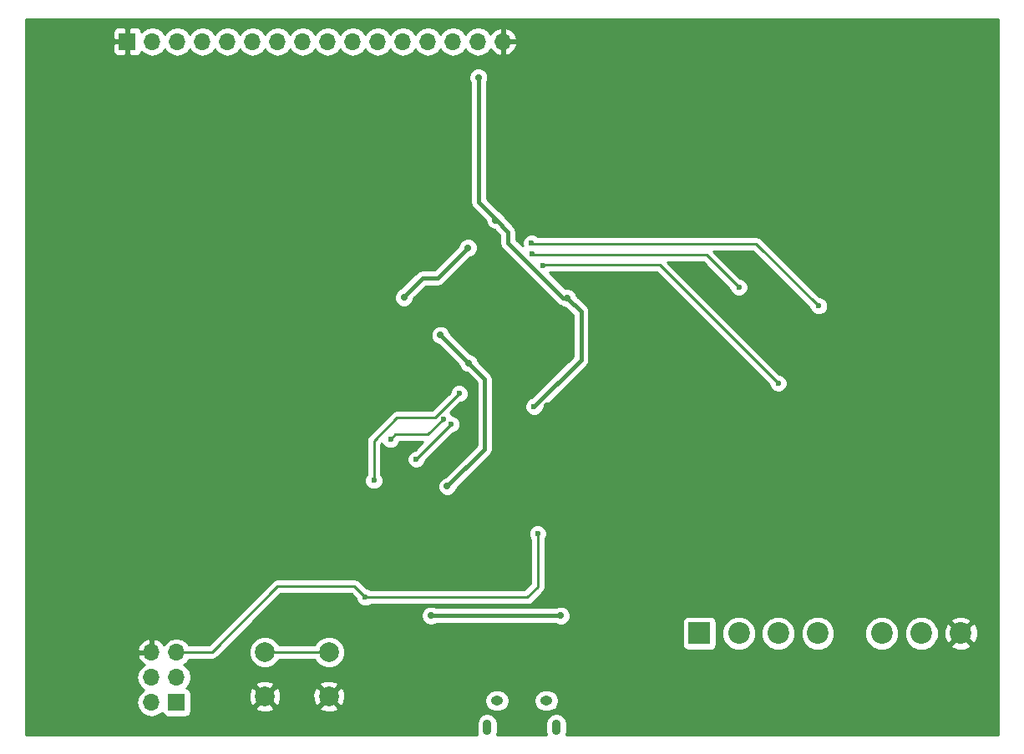
<source format=gbr>
G04 #@! TF.FileFunction,Copper,L2,Bot,Signal*
%FSLAX46Y46*%
G04 Gerber Fmt 4.6, Leading zero omitted, Abs format (unit mm)*
G04 Created by KiCad (PCBNEW 4.0.7-e1-6374~58~ubuntu16.04.1) date Fri Aug  4 19:48:43 2017*
%MOMM*%
%LPD*%
G01*
G04 APERTURE LIST*
%ADD10C,0.100000*%
%ADD11R,1.700000X1.700000*%
%ADD12O,1.700000X1.700000*%
%ADD13O,0.890000X1.550000*%
%ADD14O,1.250000X0.950000*%
%ADD15C,2.200000*%
%ADD16R,2.200000X2.200000*%
%ADD17C,2.000000*%
%ADD18C,0.700000*%
%ADD19C,0.600000*%
%ADD20C,0.400000*%
%ADD21C,0.250000*%
%ADD22C,0.254000*%
G04 APERTURE END LIST*
D10*
D11*
X95000000Y-157000000D03*
D12*
X92460000Y-157000000D03*
X95000000Y-154460000D03*
X92460000Y-154460000D03*
X95000000Y-151920000D03*
X92460000Y-151920000D03*
D13*
X133500000Y-159550000D03*
D14*
X132500000Y-156850000D03*
D13*
X126500000Y-159550000D03*
D14*
X127500000Y-156850000D03*
D15*
X160000000Y-150000000D03*
X156000000Y-150000000D03*
X152000000Y-150000000D03*
X170500000Y-150000000D03*
X166500000Y-150000000D03*
D16*
X148000000Y-150000000D03*
D15*
X174500000Y-150000000D03*
D17*
X110450000Y-151900000D03*
X110450000Y-156400000D03*
X103950000Y-151900000D03*
X103950000Y-156400000D03*
D11*
X90000000Y-90000000D03*
D12*
X92540000Y-90000000D03*
X95080000Y-90000000D03*
X97620000Y-90000000D03*
X100160000Y-90000000D03*
X102700000Y-90000000D03*
X105240000Y-90000000D03*
X107780000Y-90000000D03*
X110320000Y-90000000D03*
X112860000Y-90000000D03*
X115400000Y-90000000D03*
X117940000Y-90000000D03*
X120480000Y-90000000D03*
X123020000Y-90000000D03*
X125560000Y-90000000D03*
X128100000Y-90000000D03*
D18*
X126500000Y-151650000D03*
X131300000Y-155000000D03*
X123400000Y-109600000D03*
X132600000Y-126900000D03*
X137100000Y-116800000D03*
X122450000Y-135100000D03*
X121750000Y-119750000D03*
X124600000Y-122600000D03*
D19*
X122850000Y-128800000D03*
X119300000Y-132350000D03*
X115000000Y-134500000D03*
X123650000Y-125700000D03*
X116700000Y-130350000D03*
X122050000Y-128250000D03*
X131600000Y-139900000D03*
X114150000Y-146350000D03*
X131000000Y-110450000D03*
X160100000Y-116800000D03*
X132150000Y-112700000D03*
X156000000Y-124650000D03*
X131050000Y-111550000D03*
X152000000Y-114900000D03*
D18*
X120800000Y-148200000D03*
X133950000Y-148200000D03*
X125600000Y-93650000D03*
X127350000Y-108100000D03*
X124550000Y-110900000D03*
X118050000Y-115950000D03*
D19*
X131250000Y-127000000D03*
D18*
X134600000Y-116000000D03*
D20*
X129950000Y-151650000D02*
X126500000Y-151650000D01*
X131300000Y-153000000D02*
X129950000Y-151650000D01*
X131300000Y-155000000D02*
X131300000Y-153000000D01*
X126250000Y-131300000D02*
X126250000Y-124250000D01*
X124600000Y-122600000D02*
X126250000Y-124250000D01*
X122450000Y-135100000D02*
X126250000Y-131300000D01*
X124600000Y-122600000D02*
X121750000Y-119750000D01*
D21*
X122850000Y-128800000D02*
X119300000Y-132350000D01*
X121200000Y-128150000D02*
X123650000Y-125700000D01*
X115000000Y-130500000D02*
X115000000Y-134500000D01*
X117350000Y-128150000D02*
X115000000Y-130500000D01*
X121200000Y-128150000D02*
X117350000Y-128150000D01*
X120450000Y-129850000D02*
X122050000Y-128250000D01*
X117200000Y-129850000D02*
X120450000Y-129850000D01*
X116700000Y-130350000D02*
X117200000Y-129850000D01*
X114150000Y-146350000D02*
X130550000Y-146350000D01*
X131600000Y-145300000D02*
X131600000Y-139900000D01*
X130550000Y-146350000D02*
X131600000Y-145300000D01*
X95000000Y-151920000D02*
X98580000Y-151920000D01*
X113050000Y-145250000D02*
X114150000Y-146350000D01*
X105250000Y-145250000D02*
X113050000Y-145250000D01*
X98580000Y-151920000D02*
X105250000Y-145250000D01*
X131000000Y-110450000D02*
X131050000Y-110500000D01*
X131050000Y-110500000D02*
X153750000Y-110500000D01*
X153750000Y-110500000D02*
X160050000Y-116800000D01*
X160050000Y-116800000D02*
X160100000Y-116800000D01*
X132150000Y-112700000D02*
X132200000Y-112650000D01*
X132200000Y-112650000D02*
X144000000Y-112650000D01*
X144000000Y-112650000D02*
X156000000Y-124650000D01*
X131050000Y-111550000D02*
X131100000Y-111600000D01*
X131100000Y-111600000D02*
X148700000Y-111600000D01*
X148700000Y-111600000D02*
X152000000Y-114900000D01*
D20*
X120800000Y-148200000D02*
X133950000Y-148200000D01*
X125600000Y-93650000D02*
X125600000Y-106300000D01*
X127350000Y-108100000D02*
X127375000Y-108075000D01*
X127375000Y-108075000D02*
X125600000Y-106300000D01*
X128600000Y-109300000D02*
X127375000Y-108075000D01*
X128600000Y-110400000D02*
X128600000Y-109300000D01*
X124550000Y-110900000D02*
X121500000Y-113950000D01*
X134200000Y-116000000D02*
X128600000Y-110400000D01*
X118050000Y-115850000D02*
X118050000Y-115950000D01*
X119950000Y-113950000D02*
X118050000Y-115850000D01*
X121500000Y-113950000D02*
X119950000Y-113950000D01*
X136000000Y-122250000D02*
X131250000Y-127000000D01*
X134600000Y-116000000D02*
X136000000Y-117400000D01*
X136000000Y-117400000D02*
X136000000Y-122250000D01*
X134600000Y-116000000D02*
X134200000Y-116000000D01*
D21*
X110500000Y-151850000D02*
X110450000Y-151900000D01*
X110450000Y-151900000D02*
X103950000Y-151900000D01*
D22*
G36*
X178290000Y-160290000D02*
X134503941Y-160290000D01*
X134580000Y-159907624D01*
X134580000Y-159192376D01*
X134497790Y-158779078D01*
X134263675Y-158428701D01*
X133913298Y-158194586D01*
X133500000Y-158112376D01*
X133086702Y-158194586D01*
X132736325Y-158428701D01*
X132502210Y-158779078D01*
X132420000Y-159192376D01*
X132420000Y-159907624D01*
X132496059Y-160290000D01*
X127503941Y-160290000D01*
X127580000Y-159907624D01*
X127580000Y-159192376D01*
X127497790Y-158779078D01*
X127263675Y-158428701D01*
X126913298Y-158194586D01*
X126500000Y-158112376D01*
X126086702Y-158194586D01*
X125736325Y-158428701D01*
X125502210Y-158779078D01*
X125420000Y-159192376D01*
X125420000Y-159907624D01*
X125496059Y-160290000D01*
X79710000Y-160290000D01*
X79710000Y-154460000D01*
X90945907Y-154460000D01*
X91058946Y-155028285D01*
X91380853Y-155510054D01*
X91710026Y-155730000D01*
X91380853Y-155949946D01*
X91058946Y-156431715D01*
X90945907Y-157000000D01*
X91058946Y-157568285D01*
X91380853Y-158050054D01*
X91862622Y-158371961D01*
X92430907Y-158485000D01*
X92489093Y-158485000D01*
X93057378Y-158371961D01*
X93539147Y-158050054D01*
X93539971Y-158048821D01*
X93546838Y-158085317D01*
X93685910Y-158301441D01*
X93898110Y-158446431D01*
X94150000Y-158497440D01*
X95850000Y-158497440D01*
X96085317Y-158453162D01*
X96301441Y-158314090D01*
X96446431Y-158101890D01*
X96497440Y-157850000D01*
X96497440Y-157552532D01*
X102977073Y-157552532D01*
X103075736Y-157819387D01*
X103685461Y-158045908D01*
X104335460Y-158021856D01*
X104824264Y-157819387D01*
X104922927Y-157552532D01*
X109477073Y-157552532D01*
X109575736Y-157819387D01*
X110185461Y-158045908D01*
X110835460Y-158021856D01*
X111324264Y-157819387D01*
X111422927Y-157552532D01*
X110450000Y-156579605D01*
X109477073Y-157552532D01*
X104922927Y-157552532D01*
X103950000Y-156579605D01*
X102977073Y-157552532D01*
X96497440Y-157552532D01*
X96497440Y-156150000D01*
X96494705Y-156135461D01*
X102304092Y-156135461D01*
X102328144Y-156785460D01*
X102530613Y-157274264D01*
X102797468Y-157372927D01*
X103770395Y-156400000D01*
X104129605Y-156400000D01*
X105102532Y-157372927D01*
X105369387Y-157274264D01*
X105595908Y-156664539D01*
X105576331Y-156135461D01*
X108804092Y-156135461D01*
X108828144Y-156785460D01*
X109030613Y-157274264D01*
X109297468Y-157372927D01*
X110270395Y-156400000D01*
X110629605Y-156400000D01*
X111602532Y-157372927D01*
X111869387Y-157274264D01*
X112027006Y-156850000D01*
X126215315Y-156850000D01*
X126299809Y-157274779D01*
X126540426Y-157634889D01*
X126900536Y-157875506D01*
X127325315Y-157960000D01*
X127674685Y-157960000D01*
X128099464Y-157875506D01*
X128459574Y-157634889D01*
X128700191Y-157274779D01*
X128784685Y-156850000D01*
X131215315Y-156850000D01*
X131299809Y-157274779D01*
X131540426Y-157634889D01*
X131900536Y-157875506D01*
X132325315Y-157960000D01*
X132674685Y-157960000D01*
X133099464Y-157875506D01*
X133459574Y-157634889D01*
X133700191Y-157274779D01*
X133784685Y-156850000D01*
X133700191Y-156425221D01*
X133459574Y-156065111D01*
X133099464Y-155824494D01*
X132674685Y-155740000D01*
X132325315Y-155740000D01*
X131900536Y-155824494D01*
X131540426Y-156065111D01*
X131299809Y-156425221D01*
X131215315Y-156850000D01*
X128784685Y-156850000D01*
X128700191Y-156425221D01*
X128459574Y-156065111D01*
X128099464Y-155824494D01*
X127674685Y-155740000D01*
X127325315Y-155740000D01*
X126900536Y-155824494D01*
X126540426Y-156065111D01*
X126299809Y-156425221D01*
X126215315Y-156850000D01*
X112027006Y-156850000D01*
X112095908Y-156664539D01*
X112071856Y-156014540D01*
X111869387Y-155525736D01*
X111602532Y-155427073D01*
X110629605Y-156400000D01*
X110270395Y-156400000D01*
X109297468Y-155427073D01*
X109030613Y-155525736D01*
X108804092Y-156135461D01*
X105576331Y-156135461D01*
X105571856Y-156014540D01*
X105369387Y-155525736D01*
X105102532Y-155427073D01*
X104129605Y-156400000D01*
X103770395Y-156400000D01*
X102797468Y-155427073D01*
X102530613Y-155525736D01*
X102304092Y-156135461D01*
X96494705Y-156135461D01*
X96453162Y-155914683D01*
X96314090Y-155698559D01*
X96101890Y-155553569D01*
X96034459Y-155539914D01*
X96079147Y-155510054D01*
X96254600Y-155247468D01*
X102977073Y-155247468D01*
X103950000Y-156220395D01*
X104922927Y-155247468D01*
X109477073Y-155247468D01*
X110450000Y-156220395D01*
X111422927Y-155247468D01*
X111324264Y-154980613D01*
X110714539Y-154754092D01*
X110064540Y-154778144D01*
X109575736Y-154980613D01*
X109477073Y-155247468D01*
X104922927Y-155247468D01*
X104824264Y-154980613D01*
X104214539Y-154754092D01*
X103564540Y-154778144D01*
X103075736Y-154980613D01*
X102977073Y-155247468D01*
X96254600Y-155247468D01*
X96401054Y-155028285D01*
X96514093Y-154460000D01*
X96401054Y-153891715D01*
X96079147Y-153409946D01*
X95749974Y-153190000D01*
X96079147Y-152970054D01*
X96272954Y-152680000D01*
X98580000Y-152680000D01*
X98870839Y-152622148D01*
X99117401Y-152457401D01*
X99351007Y-152223795D01*
X102314716Y-152223795D01*
X102563106Y-152824943D01*
X103022637Y-153285278D01*
X103623352Y-153534716D01*
X104273795Y-153535284D01*
X104874943Y-153286894D01*
X105335278Y-152827363D01*
X105404773Y-152660000D01*
X108994953Y-152660000D01*
X109063106Y-152824943D01*
X109522637Y-153285278D01*
X110123352Y-153534716D01*
X110773795Y-153535284D01*
X111374943Y-153286894D01*
X111835278Y-152827363D01*
X112084716Y-152226648D01*
X112085284Y-151576205D01*
X111836894Y-150975057D01*
X111377363Y-150514722D01*
X110776648Y-150265284D01*
X110126205Y-150264716D01*
X109525057Y-150513106D01*
X109064722Y-150972637D01*
X108995227Y-151140000D01*
X105405047Y-151140000D01*
X105336894Y-150975057D01*
X104877363Y-150514722D01*
X104276648Y-150265284D01*
X103626205Y-150264716D01*
X103025057Y-150513106D01*
X102564722Y-150972637D01*
X102315284Y-151573352D01*
X102314716Y-152223795D01*
X99351007Y-152223795D01*
X103179733Y-148395069D01*
X119814830Y-148395069D01*
X119964471Y-148757229D01*
X120241314Y-149034555D01*
X120603212Y-149184828D01*
X120995069Y-149185170D01*
X121357229Y-149035529D01*
X121357759Y-149035000D01*
X133392386Y-149035000D01*
X133753212Y-149184828D01*
X134145069Y-149185170D01*
X134507229Y-149035529D01*
X134642994Y-148900000D01*
X146252560Y-148900000D01*
X146252560Y-151100000D01*
X146296838Y-151335317D01*
X146435910Y-151551441D01*
X146648110Y-151696431D01*
X146900000Y-151747440D01*
X149100000Y-151747440D01*
X149335317Y-151703162D01*
X149551441Y-151564090D01*
X149696431Y-151351890D01*
X149747440Y-151100000D01*
X149747440Y-150343599D01*
X150264699Y-150343599D01*
X150528281Y-150981515D01*
X151015918Y-151470004D01*
X151653373Y-151734699D01*
X152343599Y-151735301D01*
X152981515Y-151471719D01*
X153470004Y-150984082D01*
X153734699Y-150346627D01*
X153734701Y-150343599D01*
X154264699Y-150343599D01*
X154528281Y-150981515D01*
X155015918Y-151470004D01*
X155653373Y-151734699D01*
X156343599Y-151735301D01*
X156981515Y-151471719D01*
X157470004Y-150984082D01*
X157734699Y-150346627D01*
X157734701Y-150343599D01*
X158264699Y-150343599D01*
X158528281Y-150981515D01*
X159015918Y-151470004D01*
X159653373Y-151734699D01*
X160343599Y-151735301D01*
X160981515Y-151471719D01*
X161470004Y-150984082D01*
X161734699Y-150346627D01*
X161734701Y-150343599D01*
X164764699Y-150343599D01*
X165028281Y-150981515D01*
X165515918Y-151470004D01*
X166153373Y-151734699D01*
X166843599Y-151735301D01*
X167481515Y-151471719D01*
X167970004Y-150984082D01*
X168234699Y-150346627D01*
X168234701Y-150343599D01*
X168764699Y-150343599D01*
X169028281Y-150981515D01*
X169515918Y-151470004D01*
X170153373Y-151734699D01*
X170843599Y-151735301D01*
X171481515Y-151471719D01*
X171728797Y-151224868D01*
X173454737Y-151224868D01*
X173565641Y-151502099D01*
X174211593Y-151745323D01*
X174901453Y-151722836D01*
X175434359Y-151502099D01*
X175545263Y-151224868D01*
X174500000Y-150179605D01*
X173454737Y-151224868D01*
X171728797Y-151224868D01*
X171970004Y-150984082D01*
X172234699Y-150346627D01*
X172235252Y-149711593D01*
X172754677Y-149711593D01*
X172777164Y-150401453D01*
X172997901Y-150934359D01*
X173275132Y-151045263D01*
X174320395Y-150000000D01*
X174679605Y-150000000D01*
X175724868Y-151045263D01*
X176002099Y-150934359D01*
X176245323Y-150288407D01*
X176222836Y-149598547D01*
X176002099Y-149065641D01*
X175724868Y-148954737D01*
X174679605Y-150000000D01*
X174320395Y-150000000D01*
X173275132Y-148954737D01*
X172997901Y-149065641D01*
X172754677Y-149711593D01*
X172235252Y-149711593D01*
X172235301Y-149656401D01*
X171971719Y-149018485D01*
X171728791Y-148775132D01*
X173454737Y-148775132D01*
X174500000Y-149820395D01*
X175545263Y-148775132D01*
X175434359Y-148497901D01*
X174788407Y-148254677D01*
X174098547Y-148277164D01*
X173565641Y-148497901D01*
X173454737Y-148775132D01*
X171728791Y-148775132D01*
X171484082Y-148529996D01*
X170846627Y-148265301D01*
X170156401Y-148264699D01*
X169518485Y-148528281D01*
X169029996Y-149015918D01*
X168765301Y-149653373D01*
X168764699Y-150343599D01*
X168234701Y-150343599D01*
X168235301Y-149656401D01*
X167971719Y-149018485D01*
X167484082Y-148529996D01*
X166846627Y-148265301D01*
X166156401Y-148264699D01*
X165518485Y-148528281D01*
X165029996Y-149015918D01*
X164765301Y-149653373D01*
X164764699Y-150343599D01*
X161734701Y-150343599D01*
X161735301Y-149656401D01*
X161471719Y-149018485D01*
X160984082Y-148529996D01*
X160346627Y-148265301D01*
X159656401Y-148264699D01*
X159018485Y-148528281D01*
X158529996Y-149015918D01*
X158265301Y-149653373D01*
X158264699Y-150343599D01*
X157734701Y-150343599D01*
X157735301Y-149656401D01*
X157471719Y-149018485D01*
X156984082Y-148529996D01*
X156346627Y-148265301D01*
X155656401Y-148264699D01*
X155018485Y-148528281D01*
X154529996Y-149015918D01*
X154265301Y-149653373D01*
X154264699Y-150343599D01*
X153734701Y-150343599D01*
X153735301Y-149656401D01*
X153471719Y-149018485D01*
X152984082Y-148529996D01*
X152346627Y-148265301D01*
X151656401Y-148264699D01*
X151018485Y-148528281D01*
X150529996Y-149015918D01*
X150265301Y-149653373D01*
X150264699Y-150343599D01*
X149747440Y-150343599D01*
X149747440Y-148900000D01*
X149703162Y-148664683D01*
X149564090Y-148448559D01*
X149351890Y-148303569D01*
X149100000Y-148252560D01*
X146900000Y-148252560D01*
X146664683Y-148296838D01*
X146448559Y-148435910D01*
X146303569Y-148648110D01*
X146252560Y-148900000D01*
X134642994Y-148900000D01*
X134784555Y-148758686D01*
X134934828Y-148396788D01*
X134935170Y-148004931D01*
X134785529Y-147642771D01*
X134508686Y-147365445D01*
X134146788Y-147215172D01*
X133754931Y-147214830D01*
X133392771Y-147364471D01*
X133392241Y-147365000D01*
X121357614Y-147365000D01*
X120996788Y-147215172D01*
X120604931Y-147214830D01*
X120242771Y-147364471D01*
X119965445Y-147641314D01*
X119815172Y-148003212D01*
X119814830Y-148395069D01*
X103179733Y-148395069D01*
X105564802Y-146010000D01*
X112735198Y-146010000D01*
X113214878Y-146489680D01*
X113214838Y-146535167D01*
X113356883Y-146878943D01*
X113619673Y-147142192D01*
X113963201Y-147284838D01*
X114335167Y-147285162D01*
X114678943Y-147143117D01*
X114712118Y-147110000D01*
X130550000Y-147110000D01*
X130840839Y-147052148D01*
X131087401Y-146887401D01*
X132137401Y-145837401D01*
X132302148Y-145590840D01*
X132360000Y-145300000D01*
X132360000Y-140462463D01*
X132392192Y-140430327D01*
X132534838Y-140086799D01*
X132535162Y-139714833D01*
X132393117Y-139371057D01*
X132130327Y-139107808D01*
X131786799Y-138965162D01*
X131414833Y-138964838D01*
X131071057Y-139106883D01*
X130807808Y-139369673D01*
X130665162Y-139713201D01*
X130664838Y-140085167D01*
X130806883Y-140428943D01*
X130840000Y-140462118D01*
X130840000Y-144985198D01*
X130235198Y-145590000D01*
X114712463Y-145590000D01*
X114680327Y-145557808D01*
X114336799Y-145415162D01*
X114289923Y-145415121D01*
X113587401Y-144712599D01*
X113340839Y-144547852D01*
X113050000Y-144490000D01*
X105250000Y-144490000D01*
X105007414Y-144538254D01*
X104959160Y-144547852D01*
X104712599Y-144712599D01*
X98265198Y-151160000D01*
X96272954Y-151160000D01*
X96079147Y-150869946D01*
X95597378Y-150548039D01*
X95029093Y-150435000D01*
X94970907Y-150435000D01*
X94402622Y-150548039D01*
X93920853Y-150869946D01*
X93731655Y-151153101D01*
X93731645Y-151153076D01*
X93341358Y-150724817D01*
X92816892Y-150478514D01*
X92587000Y-150599181D01*
X92587000Y-151793000D01*
X92607000Y-151793000D01*
X92607000Y-152047000D01*
X92587000Y-152047000D01*
X92587000Y-152067000D01*
X92333000Y-152067000D01*
X92333000Y-152047000D01*
X91139845Y-152047000D01*
X91018524Y-152276890D01*
X91188355Y-152686924D01*
X91578642Y-153115183D01*
X91721553Y-153182298D01*
X91380853Y-153409946D01*
X91058946Y-153891715D01*
X90945907Y-154460000D01*
X79710000Y-154460000D01*
X79710000Y-151563110D01*
X91018524Y-151563110D01*
X91139845Y-151793000D01*
X92333000Y-151793000D01*
X92333000Y-150599181D01*
X92103108Y-150478514D01*
X91578642Y-150724817D01*
X91188355Y-151153076D01*
X91018524Y-151563110D01*
X79710000Y-151563110D01*
X79710000Y-134685167D01*
X114064838Y-134685167D01*
X114206883Y-135028943D01*
X114469673Y-135292192D01*
X114813201Y-135434838D01*
X115185167Y-135435162D01*
X115528943Y-135293117D01*
X115792192Y-135030327D01*
X115934838Y-134686799D01*
X115935162Y-134314833D01*
X115793117Y-133971057D01*
X115760000Y-133937882D01*
X115760000Y-130814802D01*
X115845184Y-130729618D01*
X115906883Y-130878943D01*
X116169673Y-131142192D01*
X116513201Y-131284838D01*
X116885167Y-131285162D01*
X117228943Y-131143117D01*
X117492192Y-130880327D01*
X117604442Y-130610000D01*
X119965198Y-130610000D01*
X119160320Y-131414878D01*
X119114833Y-131414838D01*
X118771057Y-131556883D01*
X118507808Y-131819673D01*
X118365162Y-132163201D01*
X118364838Y-132535167D01*
X118506883Y-132878943D01*
X118769673Y-133142192D01*
X119113201Y-133284838D01*
X119485167Y-133285162D01*
X119828943Y-133143117D01*
X120092192Y-132880327D01*
X120234838Y-132536799D01*
X120234879Y-132489923D01*
X122989680Y-129735122D01*
X123035167Y-129735162D01*
X123378943Y-129593117D01*
X123642192Y-129330327D01*
X123784838Y-128986799D01*
X123785162Y-128614833D01*
X123643117Y-128271057D01*
X123380327Y-128007808D01*
X123036799Y-127865162D01*
X122902612Y-127865045D01*
X122843117Y-127721057D01*
X122773492Y-127651310D01*
X123789680Y-126635122D01*
X123835167Y-126635162D01*
X124178943Y-126493117D01*
X124442192Y-126230327D01*
X124584838Y-125886799D01*
X124585162Y-125514833D01*
X124443117Y-125171057D01*
X124180327Y-124907808D01*
X123836799Y-124765162D01*
X123464833Y-124764838D01*
X123121057Y-124906883D01*
X122857808Y-125169673D01*
X122715162Y-125513201D01*
X122715121Y-125560077D01*
X120885198Y-127390000D01*
X117350000Y-127390000D01*
X117059161Y-127447852D01*
X116812599Y-127612599D01*
X114462599Y-129962599D01*
X114297852Y-130209161D01*
X114240000Y-130500000D01*
X114240000Y-133937537D01*
X114207808Y-133969673D01*
X114065162Y-134313201D01*
X114064838Y-134685167D01*
X79710000Y-134685167D01*
X79710000Y-119945069D01*
X120764830Y-119945069D01*
X120914471Y-120307229D01*
X121191314Y-120584555D01*
X121553212Y-120734828D01*
X121553961Y-120734829D01*
X123615273Y-122796141D01*
X123764471Y-123157229D01*
X124041314Y-123434555D01*
X124403212Y-123584828D01*
X124403961Y-123584829D01*
X125415000Y-124595868D01*
X125415000Y-130954132D01*
X122253859Y-134115273D01*
X121892771Y-134264471D01*
X121615445Y-134541314D01*
X121465172Y-134903212D01*
X121464830Y-135295069D01*
X121614471Y-135657229D01*
X121891314Y-135934555D01*
X122253212Y-136084828D01*
X122645069Y-136085170D01*
X123007229Y-135935529D01*
X123284555Y-135658686D01*
X123434828Y-135296788D01*
X123434829Y-135296039D01*
X126840434Y-131890434D01*
X127021440Y-131619540D01*
X127085000Y-131300000D01*
X127085000Y-124250000D01*
X127021439Y-123930459D01*
X126840434Y-123659566D01*
X125584727Y-122403859D01*
X125435529Y-122042771D01*
X125158686Y-121765445D01*
X124796788Y-121615172D01*
X124796039Y-121615171D01*
X122734727Y-119553859D01*
X122585529Y-119192771D01*
X122308686Y-118915445D01*
X121946788Y-118765172D01*
X121554931Y-118764830D01*
X121192771Y-118914471D01*
X120915445Y-119191314D01*
X120765172Y-119553212D01*
X120764830Y-119945069D01*
X79710000Y-119945069D01*
X79710000Y-116145069D01*
X117064830Y-116145069D01*
X117214471Y-116507229D01*
X117491314Y-116784555D01*
X117853212Y-116934828D01*
X118245069Y-116935170D01*
X118607229Y-116785529D01*
X118884555Y-116508686D01*
X119034828Y-116146788D01*
X119034916Y-116045952D01*
X120295868Y-114785000D01*
X121500000Y-114785000D01*
X121819541Y-114721439D01*
X122090434Y-114540434D01*
X124746141Y-111884727D01*
X125107229Y-111735529D01*
X125384555Y-111458686D01*
X125534828Y-111096788D01*
X125535170Y-110704931D01*
X125385529Y-110342771D01*
X125108686Y-110065445D01*
X124746788Y-109915172D01*
X124354931Y-109914830D01*
X123992771Y-110064471D01*
X123715445Y-110341314D01*
X123565172Y-110703212D01*
X123565171Y-110703961D01*
X121154132Y-113115000D01*
X119950000Y-113115000D01*
X119630460Y-113178560D01*
X119359566Y-113359566D01*
X117683446Y-115035686D01*
X117492771Y-115114471D01*
X117215445Y-115391314D01*
X117065172Y-115753212D01*
X117064830Y-116145069D01*
X79710000Y-116145069D01*
X79710000Y-93845069D01*
X124614830Y-93845069D01*
X124764471Y-94207229D01*
X124765000Y-94207759D01*
X124765000Y-106300000D01*
X124828561Y-106619541D01*
X125009566Y-106890434D01*
X126364873Y-108245741D01*
X126364830Y-108295069D01*
X126514471Y-108657229D01*
X126791314Y-108934555D01*
X127153212Y-109084828D01*
X127204004Y-109084872D01*
X127765000Y-109645868D01*
X127765000Y-110400000D01*
X127828561Y-110719541D01*
X127914296Y-110847852D01*
X128009566Y-110990434D01*
X133609566Y-116590434D01*
X133880459Y-116771439D01*
X134002551Y-116795725D01*
X134041314Y-116834555D01*
X134403212Y-116984828D01*
X134403961Y-116984829D01*
X135165000Y-117745868D01*
X135165000Y-121904132D01*
X130961667Y-126107465D01*
X130721057Y-126206883D01*
X130457808Y-126469673D01*
X130315162Y-126813201D01*
X130314838Y-127185167D01*
X130456883Y-127528943D01*
X130719673Y-127792192D01*
X131063201Y-127934838D01*
X131435167Y-127935162D01*
X131778943Y-127793117D01*
X132042192Y-127530327D01*
X132142778Y-127288090D01*
X136590434Y-122840434D01*
X136620746Y-122795069D01*
X136771439Y-122569541D01*
X136835000Y-122250000D01*
X136835000Y-117400000D01*
X136771439Y-117080459D01*
X136590434Y-116809566D01*
X135584727Y-115803859D01*
X135435529Y-115442771D01*
X135158686Y-115165445D01*
X134796788Y-115015172D01*
X134404931Y-115014830D01*
X134398398Y-115017530D01*
X132790868Y-113410000D01*
X143685198Y-113410000D01*
X155064878Y-124789680D01*
X155064838Y-124835167D01*
X155206883Y-125178943D01*
X155469673Y-125442192D01*
X155813201Y-125584838D01*
X156185167Y-125585162D01*
X156528943Y-125443117D01*
X156792192Y-125180327D01*
X156934838Y-124836799D01*
X156935162Y-124464833D01*
X156793117Y-124121057D01*
X156530327Y-123857808D01*
X156186799Y-123715162D01*
X156139923Y-123715121D01*
X144784802Y-112360000D01*
X148385198Y-112360000D01*
X151064878Y-115039680D01*
X151064838Y-115085167D01*
X151206883Y-115428943D01*
X151469673Y-115692192D01*
X151813201Y-115834838D01*
X152185167Y-115835162D01*
X152528943Y-115693117D01*
X152792192Y-115430327D01*
X152934838Y-115086799D01*
X152935162Y-114714833D01*
X152793117Y-114371057D01*
X152530327Y-114107808D01*
X152186799Y-113965162D01*
X152139923Y-113965121D01*
X149434802Y-111260000D01*
X153435198Y-111260000D01*
X159167988Y-116992790D01*
X159306883Y-117328943D01*
X159569673Y-117592192D01*
X159913201Y-117734838D01*
X160285167Y-117735162D01*
X160628943Y-117593117D01*
X160892192Y-117330327D01*
X161034838Y-116986799D01*
X161035162Y-116614833D01*
X160893117Y-116271057D01*
X160630327Y-116007808D01*
X160286799Y-115865162D01*
X160189880Y-115865078D01*
X154287401Y-109962599D01*
X154040839Y-109797852D01*
X153750000Y-109740000D01*
X131612376Y-109740000D01*
X131530327Y-109657808D01*
X131186799Y-109515162D01*
X130814833Y-109514838D01*
X130471057Y-109656883D01*
X130207808Y-109919673D01*
X130065162Y-110263201D01*
X130064838Y-110635167D01*
X130099202Y-110718334D01*
X129435000Y-110054132D01*
X129435000Y-109300000D01*
X129371440Y-108980460D01*
X129190434Y-108709566D01*
X128299521Y-107818653D01*
X128185529Y-107542771D01*
X127908686Y-107265445D01*
X127631013Y-107150145D01*
X126435000Y-105954132D01*
X126435000Y-94207614D01*
X126584828Y-93846788D01*
X126585170Y-93454931D01*
X126435529Y-93092771D01*
X126158686Y-92815445D01*
X125796788Y-92665172D01*
X125404931Y-92664830D01*
X125042771Y-92814471D01*
X124765445Y-93091314D01*
X124615172Y-93453212D01*
X124614830Y-93845069D01*
X79710000Y-93845069D01*
X79710000Y-90285750D01*
X88515000Y-90285750D01*
X88515000Y-90976309D01*
X88611673Y-91209698D01*
X88790301Y-91388327D01*
X89023690Y-91485000D01*
X89714250Y-91485000D01*
X89873000Y-91326250D01*
X89873000Y-90127000D01*
X88673750Y-90127000D01*
X88515000Y-90285750D01*
X79710000Y-90285750D01*
X79710000Y-89023691D01*
X88515000Y-89023691D01*
X88515000Y-89714250D01*
X88673750Y-89873000D01*
X89873000Y-89873000D01*
X89873000Y-88673750D01*
X90127000Y-88673750D01*
X90127000Y-89873000D01*
X90147000Y-89873000D01*
X90147000Y-90127000D01*
X90127000Y-90127000D01*
X90127000Y-91326250D01*
X90285750Y-91485000D01*
X90976310Y-91485000D01*
X91209699Y-91388327D01*
X91388327Y-91209698D01*
X91460597Y-91035223D01*
X91489946Y-91079147D01*
X91971715Y-91401054D01*
X92540000Y-91514093D01*
X93108285Y-91401054D01*
X93590054Y-91079147D01*
X93810000Y-90749974D01*
X94029946Y-91079147D01*
X94511715Y-91401054D01*
X95080000Y-91514093D01*
X95648285Y-91401054D01*
X96130054Y-91079147D01*
X96350000Y-90749974D01*
X96569946Y-91079147D01*
X97051715Y-91401054D01*
X97620000Y-91514093D01*
X98188285Y-91401054D01*
X98670054Y-91079147D01*
X98890000Y-90749974D01*
X99109946Y-91079147D01*
X99591715Y-91401054D01*
X100160000Y-91514093D01*
X100728285Y-91401054D01*
X101210054Y-91079147D01*
X101430000Y-90749974D01*
X101649946Y-91079147D01*
X102131715Y-91401054D01*
X102700000Y-91514093D01*
X103268285Y-91401054D01*
X103750054Y-91079147D01*
X103970000Y-90749974D01*
X104189946Y-91079147D01*
X104671715Y-91401054D01*
X105240000Y-91514093D01*
X105808285Y-91401054D01*
X106290054Y-91079147D01*
X106510000Y-90749974D01*
X106729946Y-91079147D01*
X107211715Y-91401054D01*
X107780000Y-91514093D01*
X108348285Y-91401054D01*
X108830054Y-91079147D01*
X109050000Y-90749974D01*
X109269946Y-91079147D01*
X109751715Y-91401054D01*
X110320000Y-91514093D01*
X110888285Y-91401054D01*
X111370054Y-91079147D01*
X111590000Y-90749974D01*
X111809946Y-91079147D01*
X112291715Y-91401054D01*
X112860000Y-91514093D01*
X113428285Y-91401054D01*
X113910054Y-91079147D01*
X114130000Y-90749974D01*
X114349946Y-91079147D01*
X114831715Y-91401054D01*
X115400000Y-91514093D01*
X115968285Y-91401054D01*
X116450054Y-91079147D01*
X116670000Y-90749974D01*
X116889946Y-91079147D01*
X117371715Y-91401054D01*
X117940000Y-91514093D01*
X118508285Y-91401054D01*
X118990054Y-91079147D01*
X119210000Y-90749974D01*
X119429946Y-91079147D01*
X119911715Y-91401054D01*
X120480000Y-91514093D01*
X121048285Y-91401054D01*
X121530054Y-91079147D01*
X121750000Y-90749974D01*
X121969946Y-91079147D01*
X122451715Y-91401054D01*
X123020000Y-91514093D01*
X123588285Y-91401054D01*
X124070054Y-91079147D01*
X124290000Y-90749974D01*
X124509946Y-91079147D01*
X124991715Y-91401054D01*
X125560000Y-91514093D01*
X126128285Y-91401054D01*
X126610054Y-91079147D01*
X126837702Y-90738447D01*
X126904817Y-90881358D01*
X127333076Y-91271645D01*
X127743110Y-91441476D01*
X127973000Y-91320155D01*
X127973000Y-90127000D01*
X128227000Y-90127000D01*
X128227000Y-91320155D01*
X128456890Y-91441476D01*
X128866924Y-91271645D01*
X129295183Y-90881358D01*
X129541486Y-90356892D01*
X129420819Y-90127000D01*
X128227000Y-90127000D01*
X127973000Y-90127000D01*
X127953000Y-90127000D01*
X127953000Y-89873000D01*
X127973000Y-89873000D01*
X127973000Y-88679845D01*
X128227000Y-88679845D01*
X128227000Y-89873000D01*
X129420819Y-89873000D01*
X129541486Y-89643108D01*
X129295183Y-89118642D01*
X128866924Y-88728355D01*
X128456890Y-88558524D01*
X128227000Y-88679845D01*
X127973000Y-88679845D01*
X127743110Y-88558524D01*
X127333076Y-88728355D01*
X126904817Y-89118642D01*
X126837702Y-89261553D01*
X126610054Y-88920853D01*
X126128285Y-88598946D01*
X125560000Y-88485907D01*
X124991715Y-88598946D01*
X124509946Y-88920853D01*
X124290000Y-89250026D01*
X124070054Y-88920853D01*
X123588285Y-88598946D01*
X123020000Y-88485907D01*
X122451715Y-88598946D01*
X121969946Y-88920853D01*
X121750000Y-89250026D01*
X121530054Y-88920853D01*
X121048285Y-88598946D01*
X120480000Y-88485907D01*
X119911715Y-88598946D01*
X119429946Y-88920853D01*
X119210000Y-89250026D01*
X118990054Y-88920853D01*
X118508285Y-88598946D01*
X117940000Y-88485907D01*
X117371715Y-88598946D01*
X116889946Y-88920853D01*
X116670000Y-89250026D01*
X116450054Y-88920853D01*
X115968285Y-88598946D01*
X115400000Y-88485907D01*
X114831715Y-88598946D01*
X114349946Y-88920853D01*
X114130000Y-89250026D01*
X113910054Y-88920853D01*
X113428285Y-88598946D01*
X112860000Y-88485907D01*
X112291715Y-88598946D01*
X111809946Y-88920853D01*
X111590000Y-89250026D01*
X111370054Y-88920853D01*
X110888285Y-88598946D01*
X110320000Y-88485907D01*
X109751715Y-88598946D01*
X109269946Y-88920853D01*
X109050000Y-89250026D01*
X108830054Y-88920853D01*
X108348285Y-88598946D01*
X107780000Y-88485907D01*
X107211715Y-88598946D01*
X106729946Y-88920853D01*
X106510000Y-89250026D01*
X106290054Y-88920853D01*
X105808285Y-88598946D01*
X105240000Y-88485907D01*
X104671715Y-88598946D01*
X104189946Y-88920853D01*
X103970000Y-89250026D01*
X103750054Y-88920853D01*
X103268285Y-88598946D01*
X102700000Y-88485907D01*
X102131715Y-88598946D01*
X101649946Y-88920853D01*
X101430000Y-89250026D01*
X101210054Y-88920853D01*
X100728285Y-88598946D01*
X100160000Y-88485907D01*
X99591715Y-88598946D01*
X99109946Y-88920853D01*
X98890000Y-89250026D01*
X98670054Y-88920853D01*
X98188285Y-88598946D01*
X97620000Y-88485907D01*
X97051715Y-88598946D01*
X96569946Y-88920853D01*
X96350000Y-89250026D01*
X96130054Y-88920853D01*
X95648285Y-88598946D01*
X95080000Y-88485907D01*
X94511715Y-88598946D01*
X94029946Y-88920853D01*
X93810000Y-89250026D01*
X93590054Y-88920853D01*
X93108285Y-88598946D01*
X92540000Y-88485907D01*
X91971715Y-88598946D01*
X91489946Y-88920853D01*
X91460597Y-88964777D01*
X91388327Y-88790302D01*
X91209699Y-88611673D01*
X90976310Y-88515000D01*
X90285750Y-88515000D01*
X90127000Y-88673750D01*
X89873000Y-88673750D01*
X89714250Y-88515000D01*
X89023690Y-88515000D01*
X88790301Y-88611673D01*
X88611673Y-88790302D01*
X88515000Y-89023691D01*
X79710000Y-89023691D01*
X79710000Y-87710000D01*
X178290000Y-87710000D01*
X178290000Y-160290000D01*
X178290000Y-160290000D01*
G37*
X178290000Y-160290000D02*
X134503941Y-160290000D01*
X134580000Y-159907624D01*
X134580000Y-159192376D01*
X134497790Y-158779078D01*
X134263675Y-158428701D01*
X133913298Y-158194586D01*
X133500000Y-158112376D01*
X133086702Y-158194586D01*
X132736325Y-158428701D01*
X132502210Y-158779078D01*
X132420000Y-159192376D01*
X132420000Y-159907624D01*
X132496059Y-160290000D01*
X127503941Y-160290000D01*
X127580000Y-159907624D01*
X127580000Y-159192376D01*
X127497790Y-158779078D01*
X127263675Y-158428701D01*
X126913298Y-158194586D01*
X126500000Y-158112376D01*
X126086702Y-158194586D01*
X125736325Y-158428701D01*
X125502210Y-158779078D01*
X125420000Y-159192376D01*
X125420000Y-159907624D01*
X125496059Y-160290000D01*
X79710000Y-160290000D01*
X79710000Y-154460000D01*
X90945907Y-154460000D01*
X91058946Y-155028285D01*
X91380853Y-155510054D01*
X91710026Y-155730000D01*
X91380853Y-155949946D01*
X91058946Y-156431715D01*
X90945907Y-157000000D01*
X91058946Y-157568285D01*
X91380853Y-158050054D01*
X91862622Y-158371961D01*
X92430907Y-158485000D01*
X92489093Y-158485000D01*
X93057378Y-158371961D01*
X93539147Y-158050054D01*
X93539971Y-158048821D01*
X93546838Y-158085317D01*
X93685910Y-158301441D01*
X93898110Y-158446431D01*
X94150000Y-158497440D01*
X95850000Y-158497440D01*
X96085317Y-158453162D01*
X96301441Y-158314090D01*
X96446431Y-158101890D01*
X96497440Y-157850000D01*
X96497440Y-157552532D01*
X102977073Y-157552532D01*
X103075736Y-157819387D01*
X103685461Y-158045908D01*
X104335460Y-158021856D01*
X104824264Y-157819387D01*
X104922927Y-157552532D01*
X109477073Y-157552532D01*
X109575736Y-157819387D01*
X110185461Y-158045908D01*
X110835460Y-158021856D01*
X111324264Y-157819387D01*
X111422927Y-157552532D01*
X110450000Y-156579605D01*
X109477073Y-157552532D01*
X104922927Y-157552532D01*
X103950000Y-156579605D01*
X102977073Y-157552532D01*
X96497440Y-157552532D01*
X96497440Y-156150000D01*
X96494705Y-156135461D01*
X102304092Y-156135461D01*
X102328144Y-156785460D01*
X102530613Y-157274264D01*
X102797468Y-157372927D01*
X103770395Y-156400000D01*
X104129605Y-156400000D01*
X105102532Y-157372927D01*
X105369387Y-157274264D01*
X105595908Y-156664539D01*
X105576331Y-156135461D01*
X108804092Y-156135461D01*
X108828144Y-156785460D01*
X109030613Y-157274264D01*
X109297468Y-157372927D01*
X110270395Y-156400000D01*
X110629605Y-156400000D01*
X111602532Y-157372927D01*
X111869387Y-157274264D01*
X112027006Y-156850000D01*
X126215315Y-156850000D01*
X126299809Y-157274779D01*
X126540426Y-157634889D01*
X126900536Y-157875506D01*
X127325315Y-157960000D01*
X127674685Y-157960000D01*
X128099464Y-157875506D01*
X128459574Y-157634889D01*
X128700191Y-157274779D01*
X128784685Y-156850000D01*
X131215315Y-156850000D01*
X131299809Y-157274779D01*
X131540426Y-157634889D01*
X131900536Y-157875506D01*
X132325315Y-157960000D01*
X132674685Y-157960000D01*
X133099464Y-157875506D01*
X133459574Y-157634889D01*
X133700191Y-157274779D01*
X133784685Y-156850000D01*
X133700191Y-156425221D01*
X133459574Y-156065111D01*
X133099464Y-155824494D01*
X132674685Y-155740000D01*
X132325315Y-155740000D01*
X131900536Y-155824494D01*
X131540426Y-156065111D01*
X131299809Y-156425221D01*
X131215315Y-156850000D01*
X128784685Y-156850000D01*
X128700191Y-156425221D01*
X128459574Y-156065111D01*
X128099464Y-155824494D01*
X127674685Y-155740000D01*
X127325315Y-155740000D01*
X126900536Y-155824494D01*
X126540426Y-156065111D01*
X126299809Y-156425221D01*
X126215315Y-156850000D01*
X112027006Y-156850000D01*
X112095908Y-156664539D01*
X112071856Y-156014540D01*
X111869387Y-155525736D01*
X111602532Y-155427073D01*
X110629605Y-156400000D01*
X110270395Y-156400000D01*
X109297468Y-155427073D01*
X109030613Y-155525736D01*
X108804092Y-156135461D01*
X105576331Y-156135461D01*
X105571856Y-156014540D01*
X105369387Y-155525736D01*
X105102532Y-155427073D01*
X104129605Y-156400000D01*
X103770395Y-156400000D01*
X102797468Y-155427073D01*
X102530613Y-155525736D01*
X102304092Y-156135461D01*
X96494705Y-156135461D01*
X96453162Y-155914683D01*
X96314090Y-155698559D01*
X96101890Y-155553569D01*
X96034459Y-155539914D01*
X96079147Y-155510054D01*
X96254600Y-155247468D01*
X102977073Y-155247468D01*
X103950000Y-156220395D01*
X104922927Y-155247468D01*
X109477073Y-155247468D01*
X110450000Y-156220395D01*
X111422927Y-155247468D01*
X111324264Y-154980613D01*
X110714539Y-154754092D01*
X110064540Y-154778144D01*
X109575736Y-154980613D01*
X109477073Y-155247468D01*
X104922927Y-155247468D01*
X104824264Y-154980613D01*
X104214539Y-154754092D01*
X103564540Y-154778144D01*
X103075736Y-154980613D01*
X102977073Y-155247468D01*
X96254600Y-155247468D01*
X96401054Y-155028285D01*
X96514093Y-154460000D01*
X96401054Y-153891715D01*
X96079147Y-153409946D01*
X95749974Y-153190000D01*
X96079147Y-152970054D01*
X96272954Y-152680000D01*
X98580000Y-152680000D01*
X98870839Y-152622148D01*
X99117401Y-152457401D01*
X99351007Y-152223795D01*
X102314716Y-152223795D01*
X102563106Y-152824943D01*
X103022637Y-153285278D01*
X103623352Y-153534716D01*
X104273795Y-153535284D01*
X104874943Y-153286894D01*
X105335278Y-152827363D01*
X105404773Y-152660000D01*
X108994953Y-152660000D01*
X109063106Y-152824943D01*
X109522637Y-153285278D01*
X110123352Y-153534716D01*
X110773795Y-153535284D01*
X111374943Y-153286894D01*
X111835278Y-152827363D01*
X112084716Y-152226648D01*
X112085284Y-151576205D01*
X111836894Y-150975057D01*
X111377363Y-150514722D01*
X110776648Y-150265284D01*
X110126205Y-150264716D01*
X109525057Y-150513106D01*
X109064722Y-150972637D01*
X108995227Y-151140000D01*
X105405047Y-151140000D01*
X105336894Y-150975057D01*
X104877363Y-150514722D01*
X104276648Y-150265284D01*
X103626205Y-150264716D01*
X103025057Y-150513106D01*
X102564722Y-150972637D01*
X102315284Y-151573352D01*
X102314716Y-152223795D01*
X99351007Y-152223795D01*
X103179733Y-148395069D01*
X119814830Y-148395069D01*
X119964471Y-148757229D01*
X120241314Y-149034555D01*
X120603212Y-149184828D01*
X120995069Y-149185170D01*
X121357229Y-149035529D01*
X121357759Y-149035000D01*
X133392386Y-149035000D01*
X133753212Y-149184828D01*
X134145069Y-149185170D01*
X134507229Y-149035529D01*
X134642994Y-148900000D01*
X146252560Y-148900000D01*
X146252560Y-151100000D01*
X146296838Y-151335317D01*
X146435910Y-151551441D01*
X146648110Y-151696431D01*
X146900000Y-151747440D01*
X149100000Y-151747440D01*
X149335317Y-151703162D01*
X149551441Y-151564090D01*
X149696431Y-151351890D01*
X149747440Y-151100000D01*
X149747440Y-150343599D01*
X150264699Y-150343599D01*
X150528281Y-150981515D01*
X151015918Y-151470004D01*
X151653373Y-151734699D01*
X152343599Y-151735301D01*
X152981515Y-151471719D01*
X153470004Y-150984082D01*
X153734699Y-150346627D01*
X153734701Y-150343599D01*
X154264699Y-150343599D01*
X154528281Y-150981515D01*
X155015918Y-151470004D01*
X155653373Y-151734699D01*
X156343599Y-151735301D01*
X156981515Y-151471719D01*
X157470004Y-150984082D01*
X157734699Y-150346627D01*
X157734701Y-150343599D01*
X158264699Y-150343599D01*
X158528281Y-150981515D01*
X159015918Y-151470004D01*
X159653373Y-151734699D01*
X160343599Y-151735301D01*
X160981515Y-151471719D01*
X161470004Y-150984082D01*
X161734699Y-150346627D01*
X161734701Y-150343599D01*
X164764699Y-150343599D01*
X165028281Y-150981515D01*
X165515918Y-151470004D01*
X166153373Y-151734699D01*
X166843599Y-151735301D01*
X167481515Y-151471719D01*
X167970004Y-150984082D01*
X168234699Y-150346627D01*
X168234701Y-150343599D01*
X168764699Y-150343599D01*
X169028281Y-150981515D01*
X169515918Y-151470004D01*
X170153373Y-151734699D01*
X170843599Y-151735301D01*
X171481515Y-151471719D01*
X171728797Y-151224868D01*
X173454737Y-151224868D01*
X173565641Y-151502099D01*
X174211593Y-151745323D01*
X174901453Y-151722836D01*
X175434359Y-151502099D01*
X175545263Y-151224868D01*
X174500000Y-150179605D01*
X173454737Y-151224868D01*
X171728797Y-151224868D01*
X171970004Y-150984082D01*
X172234699Y-150346627D01*
X172235252Y-149711593D01*
X172754677Y-149711593D01*
X172777164Y-150401453D01*
X172997901Y-150934359D01*
X173275132Y-151045263D01*
X174320395Y-150000000D01*
X174679605Y-150000000D01*
X175724868Y-151045263D01*
X176002099Y-150934359D01*
X176245323Y-150288407D01*
X176222836Y-149598547D01*
X176002099Y-149065641D01*
X175724868Y-148954737D01*
X174679605Y-150000000D01*
X174320395Y-150000000D01*
X173275132Y-148954737D01*
X172997901Y-149065641D01*
X172754677Y-149711593D01*
X172235252Y-149711593D01*
X172235301Y-149656401D01*
X171971719Y-149018485D01*
X171728791Y-148775132D01*
X173454737Y-148775132D01*
X174500000Y-149820395D01*
X175545263Y-148775132D01*
X175434359Y-148497901D01*
X174788407Y-148254677D01*
X174098547Y-148277164D01*
X173565641Y-148497901D01*
X173454737Y-148775132D01*
X171728791Y-148775132D01*
X171484082Y-148529996D01*
X170846627Y-148265301D01*
X170156401Y-148264699D01*
X169518485Y-148528281D01*
X169029996Y-149015918D01*
X168765301Y-149653373D01*
X168764699Y-150343599D01*
X168234701Y-150343599D01*
X168235301Y-149656401D01*
X167971719Y-149018485D01*
X167484082Y-148529996D01*
X166846627Y-148265301D01*
X166156401Y-148264699D01*
X165518485Y-148528281D01*
X165029996Y-149015918D01*
X164765301Y-149653373D01*
X164764699Y-150343599D01*
X161734701Y-150343599D01*
X161735301Y-149656401D01*
X161471719Y-149018485D01*
X160984082Y-148529996D01*
X160346627Y-148265301D01*
X159656401Y-148264699D01*
X159018485Y-148528281D01*
X158529996Y-149015918D01*
X158265301Y-149653373D01*
X158264699Y-150343599D01*
X157734701Y-150343599D01*
X157735301Y-149656401D01*
X157471719Y-149018485D01*
X156984082Y-148529996D01*
X156346627Y-148265301D01*
X155656401Y-148264699D01*
X155018485Y-148528281D01*
X154529996Y-149015918D01*
X154265301Y-149653373D01*
X154264699Y-150343599D01*
X153734701Y-150343599D01*
X153735301Y-149656401D01*
X153471719Y-149018485D01*
X152984082Y-148529996D01*
X152346627Y-148265301D01*
X151656401Y-148264699D01*
X151018485Y-148528281D01*
X150529996Y-149015918D01*
X150265301Y-149653373D01*
X150264699Y-150343599D01*
X149747440Y-150343599D01*
X149747440Y-148900000D01*
X149703162Y-148664683D01*
X149564090Y-148448559D01*
X149351890Y-148303569D01*
X149100000Y-148252560D01*
X146900000Y-148252560D01*
X146664683Y-148296838D01*
X146448559Y-148435910D01*
X146303569Y-148648110D01*
X146252560Y-148900000D01*
X134642994Y-148900000D01*
X134784555Y-148758686D01*
X134934828Y-148396788D01*
X134935170Y-148004931D01*
X134785529Y-147642771D01*
X134508686Y-147365445D01*
X134146788Y-147215172D01*
X133754931Y-147214830D01*
X133392771Y-147364471D01*
X133392241Y-147365000D01*
X121357614Y-147365000D01*
X120996788Y-147215172D01*
X120604931Y-147214830D01*
X120242771Y-147364471D01*
X119965445Y-147641314D01*
X119815172Y-148003212D01*
X119814830Y-148395069D01*
X103179733Y-148395069D01*
X105564802Y-146010000D01*
X112735198Y-146010000D01*
X113214878Y-146489680D01*
X113214838Y-146535167D01*
X113356883Y-146878943D01*
X113619673Y-147142192D01*
X113963201Y-147284838D01*
X114335167Y-147285162D01*
X114678943Y-147143117D01*
X114712118Y-147110000D01*
X130550000Y-147110000D01*
X130840839Y-147052148D01*
X131087401Y-146887401D01*
X132137401Y-145837401D01*
X132302148Y-145590840D01*
X132360000Y-145300000D01*
X132360000Y-140462463D01*
X132392192Y-140430327D01*
X132534838Y-140086799D01*
X132535162Y-139714833D01*
X132393117Y-139371057D01*
X132130327Y-139107808D01*
X131786799Y-138965162D01*
X131414833Y-138964838D01*
X131071057Y-139106883D01*
X130807808Y-139369673D01*
X130665162Y-139713201D01*
X130664838Y-140085167D01*
X130806883Y-140428943D01*
X130840000Y-140462118D01*
X130840000Y-144985198D01*
X130235198Y-145590000D01*
X114712463Y-145590000D01*
X114680327Y-145557808D01*
X114336799Y-145415162D01*
X114289923Y-145415121D01*
X113587401Y-144712599D01*
X113340839Y-144547852D01*
X113050000Y-144490000D01*
X105250000Y-144490000D01*
X105007414Y-144538254D01*
X104959160Y-144547852D01*
X104712599Y-144712599D01*
X98265198Y-151160000D01*
X96272954Y-151160000D01*
X96079147Y-150869946D01*
X95597378Y-150548039D01*
X95029093Y-150435000D01*
X94970907Y-150435000D01*
X94402622Y-150548039D01*
X93920853Y-150869946D01*
X93731655Y-151153101D01*
X93731645Y-151153076D01*
X93341358Y-150724817D01*
X92816892Y-150478514D01*
X92587000Y-150599181D01*
X92587000Y-151793000D01*
X92607000Y-151793000D01*
X92607000Y-152047000D01*
X92587000Y-152047000D01*
X92587000Y-152067000D01*
X92333000Y-152067000D01*
X92333000Y-152047000D01*
X91139845Y-152047000D01*
X91018524Y-152276890D01*
X91188355Y-152686924D01*
X91578642Y-153115183D01*
X91721553Y-153182298D01*
X91380853Y-153409946D01*
X91058946Y-153891715D01*
X90945907Y-154460000D01*
X79710000Y-154460000D01*
X79710000Y-151563110D01*
X91018524Y-151563110D01*
X91139845Y-151793000D01*
X92333000Y-151793000D01*
X92333000Y-150599181D01*
X92103108Y-150478514D01*
X91578642Y-150724817D01*
X91188355Y-151153076D01*
X91018524Y-151563110D01*
X79710000Y-151563110D01*
X79710000Y-134685167D01*
X114064838Y-134685167D01*
X114206883Y-135028943D01*
X114469673Y-135292192D01*
X114813201Y-135434838D01*
X115185167Y-135435162D01*
X115528943Y-135293117D01*
X115792192Y-135030327D01*
X115934838Y-134686799D01*
X115935162Y-134314833D01*
X115793117Y-133971057D01*
X115760000Y-133937882D01*
X115760000Y-130814802D01*
X115845184Y-130729618D01*
X115906883Y-130878943D01*
X116169673Y-131142192D01*
X116513201Y-131284838D01*
X116885167Y-131285162D01*
X117228943Y-131143117D01*
X117492192Y-130880327D01*
X117604442Y-130610000D01*
X119965198Y-130610000D01*
X119160320Y-131414878D01*
X119114833Y-131414838D01*
X118771057Y-131556883D01*
X118507808Y-131819673D01*
X118365162Y-132163201D01*
X118364838Y-132535167D01*
X118506883Y-132878943D01*
X118769673Y-133142192D01*
X119113201Y-133284838D01*
X119485167Y-133285162D01*
X119828943Y-133143117D01*
X120092192Y-132880327D01*
X120234838Y-132536799D01*
X120234879Y-132489923D01*
X122989680Y-129735122D01*
X123035167Y-129735162D01*
X123378943Y-129593117D01*
X123642192Y-129330327D01*
X123784838Y-128986799D01*
X123785162Y-128614833D01*
X123643117Y-128271057D01*
X123380327Y-128007808D01*
X123036799Y-127865162D01*
X122902612Y-127865045D01*
X122843117Y-127721057D01*
X122773492Y-127651310D01*
X123789680Y-126635122D01*
X123835167Y-126635162D01*
X124178943Y-126493117D01*
X124442192Y-126230327D01*
X124584838Y-125886799D01*
X124585162Y-125514833D01*
X124443117Y-125171057D01*
X124180327Y-124907808D01*
X123836799Y-124765162D01*
X123464833Y-124764838D01*
X123121057Y-124906883D01*
X122857808Y-125169673D01*
X122715162Y-125513201D01*
X122715121Y-125560077D01*
X120885198Y-127390000D01*
X117350000Y-127390000D01*
X117059161Y-127447852D01*
X116812599Y-127612599D01*
X114462599Y-129962599D01*
X114297852Y-130209161D01*
X114240000Y-130500000D01*
X114240000Y-133937537D01*
X114207808Y-133969673D01*
X114065162Y-134313201D01*
X114064838Y-134685167D01*
X79710000Y-134685167D01*
X79710000Y-119945069D01*
X120764830Y-119945069D01*
X120914471Y-120307229D01*
X121191314Y-120584555D01*
X121553212Y-120734828D01*
X121553961Y-120734829D01*
X123615273Y-122796141D01*
X123764471Y-123157229D01*
X124041314Y-123434555D01*
X124403212Y-123584828D01*
X124403961Y-123584829D01*
X125415000Y-124595868D01*
X125415000Y-130954132D01*
X122253859Y-134115273D01*
X121892771Y-134264471D01*
X121615445Y-134541314D01*
X121465172Y-134903212D01*
X121464830Y-135295069D01*
X121614471Y-135657229D01*
X121891314Y-135934555D01*
X122253212Y-136084828D01*
X122645069Y-136085170D01*
X123007229Y-135935529D01*
X123284555Y-135658686D01*
X123434828Y-135296788D01*
X123434829Y-135296039D01*
X126840434Y-131890434D01*
X127021440Y-131619540D01*
X127085000Y-131300000D01*
X127085000Y-124250000D01*
X127021439Y-123930459D01*
X126840434Y-123659566D01*
X125584727Y-122403859D01*
X125435529Y-122042771D01*
X125158686Y-121765445D01*
X124796788Y-121615172D01*
X124796039Y-121615171D01*
X122734727Y-119553859D01*
X122585529Y-119192771D01*
X122308686Y-118915445D01*
X121946788Y-118765172D01*
X121554931Y-118764830D01*
X121192771Y-118914471D01*
X120915445Y-119191314D01*
X120765172Y-119553212D01*
X120764830Y-119945069D01*
X79710000Y-119945069D01*
X79710000Y-116145069D01*
X117064830Y-116145069D01*
X117214471Y-116507229D01*
X117491314Y-116784555D01*
X117853212Y-116934828D01*
X118245069Y-116935170D01*
X118607229Y-116785529D01*
X118884555Y-116508686D01*
X119034828Y-116146788D01*
X119034916Y-116045952D01*
X120295868Y-114785000D01*
X121500000Y-114785000D01*
X121819541Y-114721439D01*
X122090434Y-114540434D01*
X124746141Y-111884727D01*
X125107229Y-111735529D01*
X125384555Y-111458686D01*
X125534828Y-111096788D01*
X125535170Y-110704931D01*
X125385529Y-110342771D01*
X125108686Y-110065445D01*
X124746788Y-109915172D01*
X124354931Y-109914830D01*
X123992771Y-110064471D01*
X123715445Y-110341314D01*
X123565172Y-110703212D01*
X123565171Y-110703961D01*
X121154132Y-113115000D01*
X119950000Y-113115000D01*
X119630460Y-113178560D01*
X119359566Y-113359566D01*
X117683446Y-115035686D01*
X117492771Y-115114471D01*
X117215445Y-115391314D01*
X117065172Y-115753212D01*
X117064830Y-116145069D01*
X79710000Y-116145069D01*
X79710000Y-93845069D01*
X124614830Y-93845069D01*
X124764471Y-94207229D01*
X124765000Y-94207759D01*
X124765000Y-106300000D01*
X124828561Y-106619541D01*
X125009566Y-106890434D01*
X126364873Y-108245741D01*
X126364830Y-108295069D01*
X126514471Y-108657229D01*
X126791314Y-108934555D01*
X127153212Y-109084828D01*
X127204004Y-109084872D01*
X127765000Y-109645868D01*
X127765000Y-110400000D01*
X127828561Y-110719541D01*
X127914296Y-110847852D01*
X128009566Y-110990434D01*
X133609566Y-116590434D01*
X133880459Y-116771439D01*
X134002551Y-116795725D01*
X134041314Y-116834555D01*
X134403212Y-116984828D01*
X134403961Y-116984829D01*
X135165000Y-117745868D01*
X135165000Y-121904132D01*
X130961667Y-126107465D01*
X130721057Y-126206883D01*
X130457808Y-126469673D01*
X130315162Y-126813201D01*
X130314838Y-127185167D01*
X130456883Y-127528943D01*
X130719673Y-127792192D01*
X131063201Y-127934838D01*
X131435167Y-127935162D01*
X131778943Y-127793117D01*
X132042192Y-127530327D01*
X132142778Y-127288090D01*
X136590434Y-122840434D01*
X136620746Y-122795069D01*
X136771439Y-122569541D01*
X136835000Y-122250000D01*
X136835000Y-117400000D01*
X136771439Y-117080459D01*
X136590434Y-116809566D01*
X135584727Y-115803859D01*
X135435529Y-115442771D01*
X135158686Y-115165445D01*
X134796788Y-115015172D01*
X134404931Y-115014830D01*
X134398398Y-115017530D01*
X132790868Y-113410000D01*
X143685198Y-113410000D01*
X155064878Y-124789680D01*
X155064838Y-124835167D01*
X155206883Y-125178943D01*
X155469673Y-125442192D01*
X155813201Y-125584838D01*
X156185167Y-125585162D01*
X156528943Y-125443117D01*
X156792192Y-125180327D01*
X156934838Y-124836799D01*
X156935162Y-124464833D01*
X156793117Y-124121057D01*
X156530327Y-123857808D01*
X156186799Y-123715162D01*
X156139923Y-123715121D01*
X144784802Y-112360000D01*
X148385198Y-112360000D01*
X151064878Y-115039680D01*
X151064838Y-115085167D01*
X151206883Y-115428943D01*
X151469673Y-115692192D01*
X151813201Y-115834838D01*
X152185167Y-115835162D01*
X152528943Y-115693117D01*
X152792192Y-115430327D01*
X152934838Y-115086799D01*
X152935162Y-114714833D01*
X152793117Y-114371057D01*
X152530327Y-114107808D01*
X152186799Y-113965162D01*
X152139923Y-113965121D01*
X149434802Y-111260000D01*
X153435198Y-111260000D01*
X159167988Y-116992790D01*
X159306883Y-117328943D01*
X159569673Y-117592192D01*
X159913201Y-117734838D01*
X160285167Y-117735162D01*
X160628943Y-117593117D01*
X160892192Y-117330327D01*
X161034838Y-116986799D01*
X161035162Y-116614833D01*
X160893117Y-116271057D01*
X160630327Y-116007808D01*
X160286799Y-115865162D01*
X160189880Y-115865078D01*
X154287401Y-109962599D01*
X154040839Y-109797852D01*
X153750000Y-109740000D01*
X131612376Y-109740000D01*
X131530327Y-109657808D01*
X131186799Y-109515162D01*
X130814833Y-109514838D01*
X130471057Y-109656883D01*
X130207808Y-109919673D01*
X130065162Y-110263201D01*
X130064838Y-110635167D01*
X130099202Y-110718334D01*
X129435000Y-110054132D01*
X129435000Y-109300000D01*
X129371440Y-108980460D01*
X129190434Y-108709566D01*
X128299521Y-107818653D01*
X128185529Y-107542771D01*
X127908686Y-107265445D01*
X127631013Y-107150145D01*
X126435000Y-105954132D01*
X126435000Y-94207614D01*
X126584828Y-93846788D01*
X126585170Y-93454931D01*
X126435529Y-93092771D01*
X126158686Y-92815445D01*
X125796788Y-92665172D01*
X125404931Y-92664830D01*
X125042771Y-92814471D01*
X124765445Y-93091314D01*
X124615172Y-93453212D01*
X124614830Y-93845069D01*
X79710000Y-93845069D01*
X79710000Y-90285750D01*
X88515000Y-90285750D01*
X88515000Y-90976309D01*
X88611673Y-91209698D01*
X88790301Y-91388327D01*
X89023690Y-91485000D01*
X89714250Y-91485000D01*
X89873000Y-91326250D01*
X89873000Y-90127000D01*
X88673750Y-90127000D01*
X88515000Y-90285750D01*
X79710000Y-90285750D01*
X79710000Y-89023691D01*
X88515000Y-89023691D01*
X88515000Y-89714250D01*
X88673750Y-89873000D01*
X89873000Y-89873000D01*
X89873000Y-88673750D01*
X90127000Y-88673750D01*
X90127000Y-89873000D01*
X90147000Y-89873000D01*
X90147000Y-90127000D01*
X90127000Y-90127000D01*
X90127000Y-91326250D01*
X90285750Y-91485000D01*
X90976310Y-91485000D01*
X91209699Y-91388327D01*
X91388327Y-91209698D01*
X91460597Y-91035223D01*
X91489946Y-91079147D01*
X91971715Y-91401054D01*
X92540000Y-91514093D01*
X93108285Y-91401054D01*
X93590054Y-91079147D01*
X93810000Y-90749974D01*
X94029946Y-91079147D01*
X94511715Y-91401054D01*
X95080000Y-91514093D01*
X95648285Y-91401054D01*
X96130054Y-91079147D01*
X96350000Y-90749974D01*
X96569946Y-91079147D01*
X97051715Y-91401054D01*
X97620000Y-91514093D01*
X98188285Y-91401054D01*
X98670054Y-91079147D01*
X98890000Y-90749974D01*
X99109946Y-91079147D01*
X99591715Y-91401054D01*
X100160000Y-91514093D01*
X100728285Y-91401054D01*
X101210054Y-91079147D01*
X101430000Y-90749974D01*
X101649946Y-91079147D01*
X102131715Y-91401054D01*
X102700000Y-91514093D01*
X103268285Y-91401054D01*
X103750054Y-91079147D01*
X103970000Y-90749974D01*
X104189946Y-91079147D01*
X104671715Y-91401054D01*
X105240000Y-91514093D01*
X105808285Y-91401054D01*
X106290054Y-91079147D01*
X106510000Y-90749974D01*
X106729946Y-91079147D01*
X107211715Y-91401054D01*
X107780000Y-91514093D01*
X108348285Y-91401054D01*
X108830054Y-91079147D01*
X109050000Y-90749974D01*
X109269946Y-91079147D01*
X109751715Y-91401054D01*
X110320000Y-91514093D01*
X110888285Y-91401054D01*
X111370054Y-91079147D01*
X111590000Y-90749974D01*
X111809946Y-91079147D01*
X112291715Y-91401054D01*
X112860000Y-91514093D01*
X113428285Y-91401054D01*
X113910054Y-91079147D01*
X114130000Y-90749974D01*
X114349946Y-91079147D01*
X114831715Y-91401054D01*
X115400000Y-91514093D01*
X115968285Y-91401054D01*
X116450054Y-91079147D01*
X116670000Y-90749974D01*
X116889946Y-91079147D01*
X117371715Y-91401054D01*
X117940000Y-91514093D01*
X118508285Y-91401054D01*
X118990054Y-91079147D01*
X119210000Y-90749974D01*
X119429946Y-91079147D01*
X119911715Y-91401054D01*
X120480000Y-91514093D01*
X121048285Y-91401054D01*
X121530054Y-91079147D01*
X121750000Y-90749974D01*
X121969946Y-91079147D01*
X122451715Y-91401054D01*
X123020000Y-91514093D01*
X123588285Y-91401054D01*
X124070054Y-91079147D01*
X124290000Y-90749974D01*
X124509946Y-91079147D01*
X124991715Y-91401054D01*
X125560000Y-91514093D01*
X126128285Y-91401054D01*
X126610054Y-91079147D01*
X126837702Y-90738447D01*
X126904817Y-90881358D01*
X127333076Y-91271645D01*
X127743110Y-91441476D01*
X127973000Y-91320155D01*
X127973000Y-90127000D01*
X128227000Y-90127000D01*
X128227000Y-91320155D01*
X128456890Y-91441476D01*
X128866924Y-91271645D01*
X129295183Y-90881358D01*
X129541486Y-90356892D01*
X129420819Y-90127000D01*
X128227000Y-90127000D01*
X127973000Y-90127000D01*
X127953000Y-90127000D01*
X127953000Y-89873000D01*
X127973000Y-89873000D01*
X127973000Y-88679845D01*
X128227000Y-88679845D01*
X128227000Y-89873000D01*
X129420819Y-89873000D01*
X129541486Y-89643108D01*
X129295183Y-89118642D01*
X128866924Y-88728355D01*
X128456890Y-88558524D01*
X128227000Y-88679845D01*
X127973000Y-88679845D01*
X127743110Y-88558524D01*
X127333076Y-88728355D01*
X126904817Y-89118642D01*
X126837702Y-89261553D01*
X126610054Y-88920853D01*
X126128285Y-88598946D01*
X125560000Y-88485907D01*
X124991715Y-88598946D01*
X124509946Y-88920853D01*
X124290000Y-89250026D01*
X124070054Y-88920853D01*
X123588285Y-88598946D01*
X123020000Y-88485907D01*
X122451715Y-88598946D01*
X121969946Y-88920853D01*
X121750000Y-89250026D01*
X121530054Y-88920853D01*
X121048285Y-88598946D01*
X120480000Y-88485907D01*
X119911715Y-88598946D01*
X119429946Y-88920853D01*
X119210000Y-89250026D01*
X118990054Y-88920853D01*
X118508285Y-88598946D01*
X117940000Y-88485907D01*
X117371715Y-88598946D01*
X116889946Y-88920853D01*
X116670000Y-89250026D01*
X116450054Y-88920853D01*
X115968285Y-88598946D01*
X115400000Y-88485907D01*
X114831715Y-88598946D01*
X114349946Y-88920853D01*
X114130000Y-89250026D01*
X113910054Y-88920853D01*
X113428285Y-88598946D01*
X112860000Y-88485907D01*
X112291715Y-88598946D01*
X111809946Y-88920853D01*
X111590000Y-89250026D01*
X111370054Y-88920853D01*
X110888285Y-88598946D01*
X110320000Y-88485907D01*
X109751715Y-88598946D01*
X109269946Y-88920853D01*
X109050000Y-89250026D01*
X108830054Y-88920853D01*
X108348285Y-88598946D01*
X107780000Y-88485907D01*
X107211715Y-88598946D01*
X106729946Y-88920853D01*
X106510000Y-89250026D01*
X106290054Y-88920853D01*
X105808285Y-88598946D01*
X105240000Y-88485907D01*
X104671715Y-88598946D01*
X104189946Y-88920853D01*
X103970000Y-89250026D01*
X103750054Y-88920853D01*
X103268285Y-88598946D01*
X102700000Y-88485907D01*
X102131715Y-88598946D01*
X101649946Y-88920853D01*
X101430000Y-89250026D01*
X101210054Y-88920853D01*
X100728285Y-88598946D01*
X100160000Y-88485907D01*
X99591715Y-88598946D01*
X99109946Y-88920853D01*
X98890000Y-89250026D01*
X98670054Y-88920853D01*
X98188285Y-88598946D01*
X97620000Y-88485907D01*
X97051715Y-88598946D01*
X96569946Y-88920853D01*
X96350000Y-89250026D01*
X96130054Y-88920853D01*
X95648285Y-88598946D01*
X95080000Y-88485907D01*
X94511715Y-88598946D01*
X94029946Y-88920853D01*
X93810000Y-89250026D01*
X93590054Y-88920853D01*
X93108285Y-88598946D01*
X92540000Y-88485907D01*
X91971715Y-88598946D01*
X91489946Y-88920853D01*
X91460597Y-88964777D01*
X91388327Y-88790302D01*
X91209699Y-88611673D01*
X90976310Y-88515000D01*
X90285750Y-88515000D01*
X90127000Y-88673750D01*
X89873000Y-88673750D01*
X89714250Y-88515000D01*
X89023690Y-88515000D01*
X88790301Y-88611673D01*
X88611673Y-88790302D01*
X88515000Y-89023691D01*
X79710000Y-89023691D01*
X79710000Y-87710000D01*
X178290000Y-87710000D01*
X178290000Y-160290000D01*
M02*

</source>
